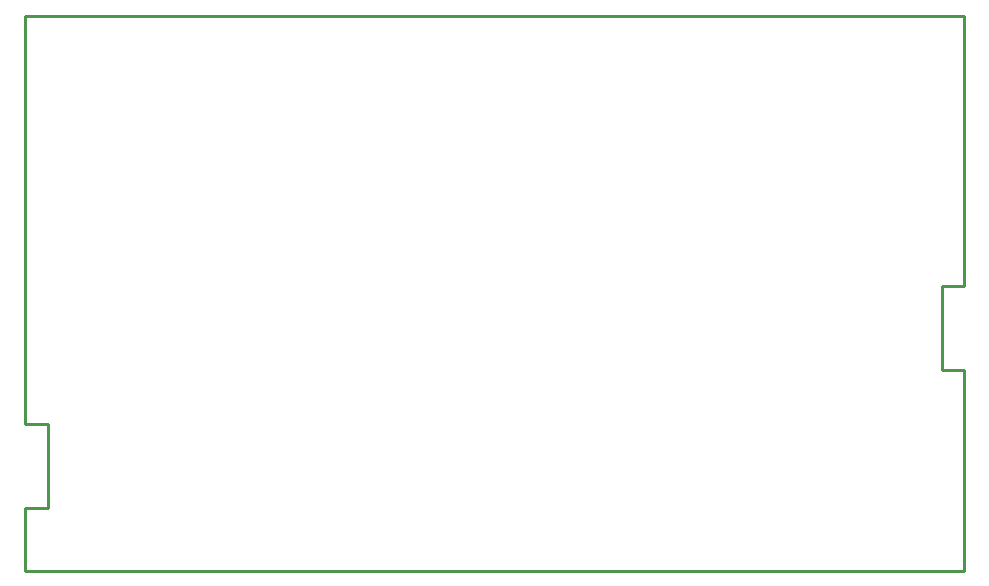
<source format=gko>
G04 Layer: BoardOutline*
G04 EasyEDA v6.4.7, 2020-09-29T11:03:38+03:00*
G04 9486de1159244eee9c784153b90ba1e7,e225996ff9fb4a0db64c6d6541834e49,10*
G04 Gerber Generator version 0.2*
G04 Scale: 100 percent, Rotated: No, Reflected: No *
G04 Dimensions in millimeters *
G04 leading zeros omitted , absolute positions ,3 integer and 3 decimal *
%FSLAX33Y33*%
%MOMM*%
G90*
D02*

%ADD10C,0.254000*%
G54D10*
G01X0Y0D02*
G01X0Y5333D01*
G01X1905Y5333D01*
G01X1905Y12445D01*
G01X0Y12445D01*
G01X0Y12446D02*
G01X0Y15113D01*
G01X0Y46990D02*
G01X79502Y46990D01*
G01X0Y27940D02*
G01X0Y46990D01*
G01X0Y15113D02*
G01X0Y27940D01*
G01X79502Y25655D02*
G01X79502Y24131D01*
G01X77597Y24131D01*
G01X77597Y17019D01*
G01X79502Y17019D01*
G01X79502Y17019D02*
G01X79502Y15622D01*
G01X0Y0D02*
G01X79502Y0D01*
G01X79502Y0D02*
G01X79502Y15622D01*
G01X79502Y25655D02*
G01X79502Y46990D01*

%LPD*%
M00*
M02*

</source>
